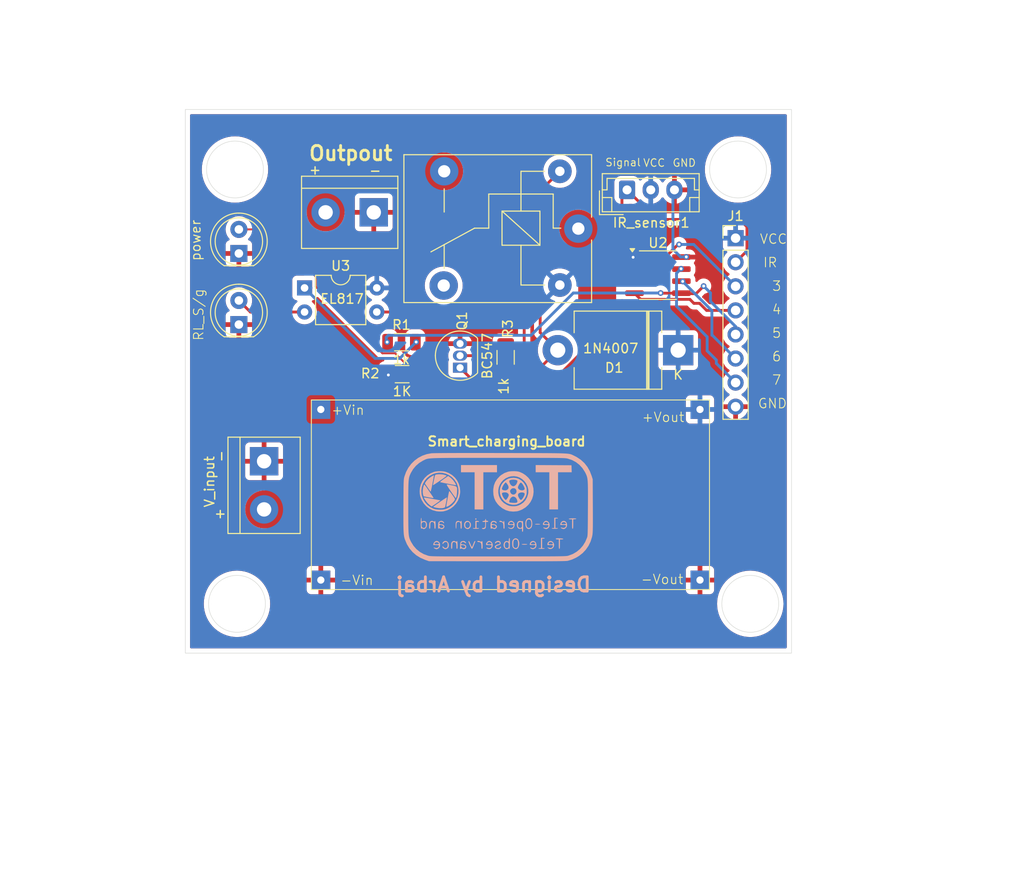
<source format=kicad_pcb>
(kicad_pcb (version 20240108) (generator "pcbnew") (generator_version "8.0")
  (layers (0 "F.Cu" signal) (31 "B.Cu" signal) (34 "B.Paste" user) (35 "F.Paste" user) (36 "B.SilkS" user "B.Silkscreen") (37 "F.SilkS" user "F.Silkscreen") (38 "B.Mask" user) (39 "F.Mask" user) (44 "Edge.Cuts" user))
  (net 0 "")
  (net 1 "Net-(D1-A)")
  (net 2 "/VCC")
  (net 3 "/GND_S")
  (net 4 "Net-(Green1-A)")
  (net 5 "/pin_2_IR")
  (net 6 "/pin_7")
  (net 7 "/pin_6")
  (net 8 "/pin3")
  (net 9 "/pin_4")
  (net 10 "/Relay_Signal_5")
  (net 11 "Net-(Output_16v1-Pin_2)")
  (net 13 "/16V")
  (net 14 "Net-(Q1-B)")
  (net 15 "Net-(R1-Pad2)")
  (net 16 "Net-(Red1-A)")
  (net 17 "Net-(R3-Pad1)")
  (footprint "TerminalBlock:TerminalBlock_bornier-2_P5.08mm" (layer "F.Cu") (at 134.38 59 180)
    (property "Reference" "Output_16v1" (hide yes))
    (property "Value" "Screw_Terminal_01x02" (hide yes))
    (pad "1" thru_hole rect (at 0 0 180) (size 3 3) (drill 1.52) (layers "*.Cu" "*.Mask") (net 3 "/GND_S"))
    (pad "2" thru_hole circle (at 5.08 0 180) (size 3 3) (drill 1.52) (layers "*.Cu" "*.Mask") (net 11 "Net-(Output_16v1-Pin_2)"))
  )
  (footprint "Resistor_SMD:R_1206_3216Metric" (layer "F.Cu") (at 137.3725 76.07)
    (property "Reference" "R2" (at -3.37 -0.07 0) (layer "F.SilkS"))
    (property "Value" "1K" (at 0 1.82 0) (layer "F.SilkS"))
    (pad "1" smd roundrect (at -1.4625 0) (size 1.125 1.75) (layers "F.Cu" "F.Paste" "F.Mask") (roundrect_rratio 0.222222) (net 2 "/VCC"))
    (pad "2" smd roundrect (at 1.4625 0) (size 1.125 1.75) (layers "F.Cu" "F.Paste" "F.Mask") (roundrect_rratio 0.222222) (net 16 "Net-(Red1-A)"))
  )
  (footprint "lm2596666:Lm2596_AA" (layer "F.Cu") (at 127.795 108.295)
    (property "Reference" "U1" (hide yes))
    (property "Value" "~" (hide yes))
    (pad "1" thru_hole rect (at 1 -28.5) (size 2 2) (drill 0.762) (layers "*.Cu" "*.Mask") (net 13 "/16V"))
    (pad "2" thru_hole rect (at 1 -10.5) (size 2 2) (drill 0.762) (layers "*.Cu" "*.Mask") (net 3 "/GND_S"))
    (pad "3" thru_hole rect (at 41 -28.5) (size 2 2) (drill 0.762) (layers "*.Cu" "*.Mask") (net 2 "/VCC"))
    (pad "4" thru_hole rect (at 41 -10.5) (size 2 2) (drill 0.762) (layers "*.Cu" "*.Mask") (net 3 "/GND_S"))
  )
  (footprint "Package_SO:SOIC-8_3.9x4.9mm_P1.27mm" (layer "F.Cu") (at 164.36 65.625)
    (property "Reference" "U2" (at 0 -3.4 0) (layer "F.SilkS"))
    (property "Value" "ATtiny402-SS")
    (pad "1" smd roundrect (at -2.475 -1.905) (size 1.95 0.6) (layers "F.Cu" "F.Paste" "F.Mask") (net 2 "/VCC"))
    (pad "2" smd roundrect (at -2.475 -0.635) (size 1.95 0.6) (layers "F.Cu" "F.Paste" "F.Mask") (net 5 "/pin_2_IR"))
    (pad "3" smd roundrect (at -2.475 0.635) (size 1.95 0.6) (layers "F.Cu" "F.Paste" "F.Mask") (net 8 "/pin3"))
    (pad "4" smd roundrect (at -2.475 1.905) (size 1.95 0.6) (layers "F.Cu" "F.Paste" "F.Mask") (net 9 "/pin_4"))
    (pad "5" smd roundrect (at 2.475 1.905) (size 1.95 0.6) (layers "F.Cu" "F.Paste" "F.Mask") (net 10 "/Relay_Signal_5"))
    (pad "6" smd roundrect (at 2.475 0.635) (size 1.95 0.6) (layers "F.Cu" "F.Paste" "F.Mask") (net 7 "/pin_6"))
    (pad "7" smd roundrect (at 2.475 -0.635) (size 1.95 0.6) (layers "F.Cu" "F.Paste" "F.Mask") (net 6 "/pin_7"))
    (pad "8" smd roundrect (at 2.475 -1.905) (size 1.95 0.6) (layers "F.Cu" "F.Paste" "F.Mask") (net 3 "/GND_S"))
  )
  (footprint "Resistor_SMD:R_1206_3216Metric" (layer "F.Cu") (at 137.3025 72.7)
    (property "Reference" "R1" (at 0 -1.82 0) (layer "F.SilkS"))
    (property "Value" "1k" (at 0 1.82 0) (layer "F.SilkS"))
    (pad "1" smd roundrect (at -1.4625 0) (size 1.125 1.75) (layers "F.Cu" "F.Paste" "F.Mask") (roundrect_rratio 0.222222) (net 10 "/Relay_Signal_5"))
    (pad "2" smd roundrect (at 1.4625 0) (size 1.125 1.75) (layers "F.Cu" "F.Paste" "F.Mask") (roundrect_rratio 0.222222) (net 15 "Net-(R1-Pad2)"))
  )
  (footprint "Resistor_SMD:R_1206_3216Metric" (layer "F.Cu") (at 148.2925 74.3 90)
    (property "Reference" "R3" (at 3.03 0.23 90) (layer "F.SilkS"))
    (property "Value" "1k" (at -3.03 -0.2 90) (layer "F.SilkS"))
    (pad "1" smd roundrect (at -1.4625 0 90) (size 1.125 1.75) (layers "F.Cu" "F.Paste" "F.Mask") (roundrect_rratio 0.222222) (net 17 "Net-(R3-Pad1)"))
    (pad "2" smd roundrect (at 1.4625 0 90) (size 1.125 1.75) (layers "F.Cu" "F.Paste" "F.Mask") (roundrect_rratio 0.222222) (net 14 "Net-(Q1-B)"))
  )
  (footprint "Relay_THT:Relay_SPDT_SANYOU_SRD_Series_Form_C" (layer "F.Cu") (at 155.96 60.72 180)
    (property "Reference" "K1" (hide yes))
    (property "Value" "SANYOU_SRD_Form_C" (hide yes))
    (pad "1" thru_hole circle (at 0 0 270) (size 3 3) (drill 1.3) (layers "*.Cu" "*.Mask") (net 13 "/16V"))
    (pad "2" thru_hole circle (at 1.95 6.05 270) (size 2.5 2.5) (drill 1) (layers "*.Cu" "*.Mask") (net 1 "Net-(D1-A)"))
    (pad "3" thru_hole circle (at 14.15 6.05 270) (size 3 3) (drill 1.3) (layers "*.Cu" "*.Mask") (net 11 "Net-(Output_16v1-Pin_2)"))
    (pad "4" thru_hole circle (at 14.2 -6 270) (size 3 3) (drill 1.3) (layers "*.Cu" "*.Mask"))
    (pad "5" thru_hole circle (at 1.95 -5.95 270) (size 2.5 2.5) (drill 1) (layers "*.Cu" "*.Mask") (net 2 "/VCC"))
  )
  (footprint "LED_THT:LED_D5.0mm" (layer "F.Cu") (at 120.15 70.84 90)
    (property "Reference" "RL_S/g" (at 1.04 -4.25 90) (layer "F.SilkS") (effects (font (thickness 0.1))))
    (property "Value" "LED")
    (pad "1" thru_hole rect (at 0 0 90) (size 1.8 1.8) (drill 0.9) (layers "*.Cu" "*.Mask") (net 3 "/GND_S"))
    (pad "2" thru_hole circle (at 2.54 0 90) (size 1.8 1.8) (drill 0.9) (layers "*.Cu" "*.Mask") (net 4 "Net-(Green1-A)"))
  )
  (footprint "Connector_JST:JST_EH_B3B-EH-A_1x03_P2.50mm_Vertical" (layer "F.Cu") (at 161.1 56.63)
    (property "Reference" "IR_sensor1" (at 2.55 3.47 0) (layer "F.SilkS"))
    (property "Value" "Conn_01x03_Socket" (hide yes))
    (pad "1" thru_hole roundrect (at 0 0) (size 1.7 1.95) (drill 0.95) (layers "*.Cu" "*.Mask") (roundrect_rratio 0.147059) (net 5 "/pin_2_IR"))
    (pad "2" thru_hole oval (at 2.5 0) (size 1.7 1.95) (drill 0.95) (layers "*.Cu" "*.Mask") (net 2 "/VCC"))
    (pad "3" thru_hole oval (at 5 0) (size 1.7 1.95) (drill 0.95) (layers "*.Cu" "*.Mask") (net 3 "/GND_S"))
  )
  (footprint "Diode_THT:D_5KPW_P12.70mm_Horizontal" (layer "F.Cu") (at 166.49 73.54 180)
    (property "Reference" "D1" (at 6.74 -1.86 0) (layer "F.SilkS"))
    (property "Value" "1N4007" (at 7.11 0.18 0) (layer "F.SilkS"))
    (fp_text user "K" (at 0 -2.6 0) (layer "F.SilkS"))
    (pad "1" thru_hole rect (at 0 0 180) (size 3.2 3.2) (drill 1.6) (layers "*.Cu" "*.Mask") (net 2 "/VCC"))
    (pad "2" thru_hole oval (at 12.7 0 180) (size 3.2 3.2) (drill 1.6) (layers "*.Cu" "*.Mask") (net 1 "Net-(D1-A)"))
  )
  (footprint "LED_THT:LED_D5.0mm" (layer "F.Cu") (at 120.15 63.34 90)
    (property "Reference" "power" (at 1.39 -4.55 270) (layer "F.SilkS") (effects (font (thickness 0.125))))
    (property "Value" "LED")
    (pad "1" thru_hole rect (at 0 0 90) (size 1.8 1.8) (drill 0.9) (layers "*.Cu" "*.Mask") (net 3 "/GND_S"))
    (pad "2" thru_hole circle (at 2.54 0 90) (size 1.8 1.8) (drill 0.9) (layers "*.Cu" "*.Mask") (net 16 "Net-(Red1-A)"))
  )
  (footprint "Package_DIP:DIP-4_W7.62mm" (layer "F.Cu") (at 127.08 66.975)
    (property "Reference" "U3" (at 3.81 -2.33 0) (layer "F.SilkS"))
    (property "Value" "EL817" (at 3.95 1.155 0) (layer "F.SilkS"))
    (pad "1" thru_hole rect (at 0 0) (size 1.6 1.6) (drill 0.8) (layers "*.Cu" "*.Mask") (net 15 "Net-(R1-Pad2)"))
    (pad "2" thru_hole oval (at 0 2.54) (size 1.6 1.6) (drill 0.8) (layers "*.Cu" "*.Mask") (net 4 "Net-(Green1-A)"))
    (pad "3" thru_hole oval (at 7.62 2.54) (size 1.6 1.6) (drill 0.8) (layers "*.Cu" "*.Mask") (net 17 "Net-(R3-Pad1)"))
    (pad "4" thru_hole oval (at 7.62 0) (size 1.6 1.6) (drill 0.8) (layers "*.Cu" "*.Mask") (net 2 "/VCC"))
  )
  (footprint "Package_TO_SOT_THT:TO-92_Inline" (layer "F.Cu") (at 143.4825 75.39 90)
    (property "Reference" "Q1" (at 4.94 0.2175 90) (layer "F.SilkS"))
    (property "Value" "BC547" (at 1.23 2.8675 90) (layer "F.SilkS"))
    (pad "1" thru_hole rect (at 0 0 90) (size 1.05 1.5) (drill 0.75) (layers "*.Cu" "*.Mask") (net 1 "Net-(D1-A)"))
    (pad "2" thru_hole oval (at 1.27 0 90) (size 1.05 1.5) (drill 0.75) (layers "*.Cu" "*.Mask") (net 14 "Net-(Q1-B)"))
    (pad "3" thru_hole oval (at 2.54 0 90) (size 1.05 1.5) (drill 0.75) (layers "*.Cu" "*.Mask") (net 3 "/GND_S"))
  )
  (footprint "Connector_PinHeader_2.54mm:PinHeader_1x08_P2.54mm_Vertical" (layer "F.Cu") (at 172.55 61.725)
    (property "Reference" "J1" (at 0 -2.33 0) (layer "F.SilkS"))
    (property "Value" "Conn_01x08_Pin" (hide yes))
    (pad "1" thru_hole rect (at 0 0) (size 1.7 1.7) (drill 1) (layers "*.Cu" "*.Mask") (net 2 "/VCC"))
    (pad "2" thru_hole oval (at 0 2.54) (size 1.7 1.7) (drill 1) (layers "*.Cu" "*.Mask") (net 5 "/pin_2_IR"))
    (pad "3" thru_hole oval (at 0 5.08) (size 1.7 1.7) (drill 1) (layers "*.Cu" "*.Mask") (net 8 "/pin3"))
    (pad "4" thru_hole oval (at 0 7.62) (size 1.7 1.7) (drill 1) (layers "*.Cu" "*.Mask") (net 9 "/pin_4"))
    (pad "5" thru_hole oval (at 0 10.16) (size 1.7 1.7) (drill 1) (layers "*.Cu" "*.Mask") (net 10 "/Relay_Signal_5"))
    (pad "6" thru_hole oval (at 0 12.7) (size 1.7 1.7) (drill 1) (layers "*.Cu" "*.Mask") (net 7 "/pin_6"))
    (pad "7" thru_hole oval (at 0 15.24) (size 1.7 1.7) (drill 1) (layers "*.Cu" "*.Mask") (net 6 "/pin_7"))
    (pad "8" thru_hole oval (at 0 17.78) (size 1.7 1.7) (drill 1) (layers "*.Cu" "*.Mask") (net 3 "/GND_S"))
  )
  (footprint "TerminalBlock:TerminalBlock_bornier-2_P5.08mm" (layer "F.Cu") (at 122.81 85.26 -90)
    (property "Reference" "V_input" (at 2.16 5.76 90) (layer "F.SilkS"))
    (property "Value" "Screw_Terminal_01x02" (hide yes))
    (pad "1" thru_hole rect (at 0 0 270) (size 3 3) (drill 1.52) (layers "*.Cu" "*.Mask") (net 3 "/GND_S"))
    (pad "2" thru_hole circle (at 5.08 0 270) (size 3 3) (drill 1.52) (layers "*.Cu" "*.Mask") (net 13 "/16V"))
  )
  (footprint "LOGOS.preety:toto" (layer "B.Cu") (at 147.500175 90.182342 180)
    (property "Reference" "G***" (hide yes))
    (property "Value" "LOGO" (hide yes))
  )
  (gr_circle (center 119.95 100.3) (end 122.95 100.3) (stroke (width 0.05)) (fill none) (layer "Edge.Cuts"))
  (gr_rect (start 114.5 48.15) (end 178.45 105.5) (stroke (width 0.05)) (fill none) (layer "Edge.Cuts"))
  (gr_circle (center 119.74 54.48) (end 122.74 54.48) (stroke (width 0.05)) (fill none) (layer "Edge.Cuts"))
  (gr_circle (center 174.1 100.3) (end 177.1 100.3) (stroke (width 0.05)) (fill none) (layer "Edge.Cuts"))
  (gr_circle (center 172.81 54.48) (end 175.81 54.48) (stroke (width 0.05)) (fill none) (layer "Edge.Cuts"))
  (gr_text "Designed by Arbaj" (at 157.45 99.15 0) (layer "B.SilkS") (effects (font (size 1.5 1.5) (thickness 0.3) (bold yes)) (justify left bottom mirror)))
  (gr_text "VCC\n" (at 175.05 62.4 0) (layer "F.SilkS") (effects (font (size 1 1) (thickness 0.1)) (justify left bottom)))
  (gr_text "Signal" (at 158.75 54.2 0) (layer "F.SilkS") (effects (font (size 0.8 0.8) (thickness 0.1)) (justify left bottom)))
  (gr_text "GND" (at 165.85 54.25 0) (layer "F.SilkS") (effects (font (size 0.8 0.8) (thickness 0.1)) (justify left bottom)))
  (gr_text "6" (at 176.338095 74.792855 0) (layer "F.SilkS") (effects (font (size 1 1) (thickness 0.1)) (justify left bottom)))
  (gr_text "5" (at 176.338095 72.314284 0) (layer "F.SilkS") (effects (font (size 1 1) (thickness 0.1)) (justify left bottom)))
  (gr_text "VCC" (at 162.75 54.25 0) (layer "F.SilkS") (effects (font (size 0.8 0.8) (thickness 0.1)) (justify left bottom)))
  (gr_text "Smart_charging_board" (at 139.95 83.75 0) (layer "F.SilkS") (effects (font (size 1 1) (thickness 0.2) (bold yes)) (justify left bottom)))
  (gr_text "Outpout" (at 127.4 53.65 0) (layer "F.SilkS") (effects (font (size 1.5 1.5) (thickness 0.3) (bold yes)) (justify left bottom)))
  (gr_text "7" (at 176.338095 77.271426 0) (layer "F.SilkS") (effects (font (size 1 1) (thickness 0.1)) (justify left bottom)))
  (gr_text "3" (at 176.35 67.357142 0) (layer "F.SilkS") (effects (font (size 1 1) (thickness 0.1)) (justify left bottom)))
  (gr_text "+" (at 128.7 55.3 90) (layer "F.SilkS") (effects (font (size 1 1)) (justify left bottom)))
  (gr_text "-" (at 118.85 85.45 90) (layer "F.SilkS") (effects (font (size 1 1)) (justify left bottom)))
  (gr_text "+Vin" (at 129.85 80.45 0) (layer "F.SilkS") (effects (font (size 1 1) (thickness 0.1)) (justify left bottom)))
  (gr_text "4" (at 176.338095 69.835713 0) (layer "F.SilkS") (effects (font (size 1 1) (thickness 0.1)) (justify left bottom)))
  (gr_text "IR\n" (at 175.4 64.878571 0) (layer "F.SilkS") (effects (font (size 1 1) (thickness 0.1)) (justify left bottom)))
  (gr_text "+Vout" (at 162.6 81.2 0) (layer "F.SilkS") (effects (font (size 1 1) (thickness 0.1)) (justify left bottom)))
  (gr_text "-Vout" (at 162.5 98.3 0) (layer "F.SilkS") (effects (font (size 1 1) (thickness 0.1)) (justify left bottom)))
  (gr_text "GND" (at 174.85 79.75 0) (layer "F.SilkS") (effects (font (size 1 1) (thickness 0.1)) (justify left bottom)))
  (gr_text "-" (at 135.25 54.15 180) (layer "F.SilkS") (effects (font (size 1 1)) (justify left bottom)))
  (gr_text "+" (at 118.7 91.55 90) (layer "F.SilkS") (effects (font (size 1 1)) (justify left bottom)))
  (gr_text "-Vin" (at 130.8 98.4 0) (layer "F.SilkS") (effects (font (size 1 1) (thickness 0.1)) (justify left bottom)))
  (segment (start 153.79 73.54) (end 150.655 76.675) (width 0.3) (layer "F.Cu") (net 1))
  (segment (start 151.93561 56.74439) (end 151.93561 71.68561) (width 0.3) (layer "F.Cu") (net 1))
  (segment (start 144.7675 76.675) (end 143.4825 75.39) (width 0.3) (layer "F.Cu") (net 1))
  (segment (start 154.01 54.67) (end 151.93561 56.74439) (width 0.3) (layer "F.Cu") (net 1))
  (segment (start 150.655 76.675) (end 144.7675 76.675) (width 0.3) (layer "F.Cu") (net 1))
  (segment (start 151.93561 71.68561) (end 153.79 73.54) (width 0.3) (layer "F.Cu") (net 1))
  (via (at 135.92 76.16) (size 0.6) (drill 0.3) (layers "F.Cu" "B.Cu") (net 2))
  (via (at 161.74 63.74) (size 0.6) (drill 0.3) (layers "F.Cu" "B.Cu") (net 2))
  (via (at 167.35 63.7) (size 0.6) (drill 0.3) (layers "F.Cu" "B.Cu") (net 3))
  (segment (start 165.94 62.89) (end 165.94 56.79) (width 0.3) (layer "B.Cu") (net 3))
  (segment (start 166.835 63.72) (end 166.855 63.7) (width 0.3) (layer "B.Cu") (net 3))
  (segment (start 166.77 63.72) (end 165.94 62.89) (width 0.3) (layer "B.Cu") (net 3))
  (segment (start 165.94 56.79) (end 166.1 56.63) (width 0.3) (layer "B.Cu") (net 3))
  (segment (start 166.855 63.7) (end 167.3 63.7) (width 0.3) (layer "B.Cu") (net 3))
  (segment (start 166.835 63.72) (end 166.77 63.72) (width 0.3) (layer "B.Cu") (net 3))
  (segment (start 127.08 69.515) (end 121.365 69.515) (width 0.3) (layer "F.Cu") (net 4))
  (segment (start 121.365 69.515) (end 120.15 68.3) (width 0.3) (layer "F.Cu") (net 4))
  (segment (start 160.56 57.17) (end 160.56 64.639999) (width 0.3) (layer "F.Cu") (net 5))
  (segment (start 172.55 64.265) (end 173.75 63.065) (width 0.3) (layer "F.Cu") (net 5))
  (segment (start 173.75 60.525) (end 172.975 59.75) (width 0.3) (layer "F.Cu") (net 5))
  (segment (start 172.975 59.75) (end 164.22 59.75) (width 0.3) (layer "F.Cu") (net 5))
  (segment (start 160.56 64.639999) (end 160.910001 64.99) (width 0.3) (layer "F.Cu") (net 5))
  (segment (start 160.910001 64.99) (end 161.885 64.99) (width 0.3) (layer "F.Cu") (net 5))
  (segment (start 161.1 56.63) (end 160.56 57.17) (width 0.3) (layer "F.Cu") (net 5))
  (segment (start 173.75 63.065) (end 173.75 60.525) (width 0.3) (layer "F.Cu") (net 5))
  (segment (start 164.22 59.75) (end 161.1 56.63) (width 0.3) (layer "F.Cu") (net 5))
  (via (at 166.8 64.95) (size 0.6) (drill 0.3) (layers "F.Cu" "B.Cu") (net 6))
  (segment (start 172.55 76.965) (end 170.52 74.935) (width 0.3) (layer "B.Cu") (net 6))
  (segment (start 166.32 68.91) (end 166.32 65.43) (width 0.3) (layer "B.Cu") (net 6))
  (segment (start 170.52 74.58) (end 169.55 73.61) (width 0.3) (layer "B.Cu") (net 6))
  (segment (start 169.55 73.61) (end 169.55 72.14) (width 0.3) (layer "B.Cu") (net 6))
  (segment (start 166.32 65.43) (end 166.8 64.95) (width 0.3) (layer "B.Cu") (net 6))
  (segment (start 170.52 74.935) (end 170.52 74.58) (width 0.3) (layer "B.Cu") (net 6))
  (segment (start 169.55 72.14) (end 166.32 68.91) (width 0.3) (layer "B.Cu") (net 6))
  (via (at 166.97 66.29) (size 0.6) (drill 0.3) (layers "F.Cu" "B.Cu") (net 7))
  (segment (start 166.97 66.29) (end 170.05 69.37) (width 0.3) (layer "B.Cu") (net 7))
  (segment (start 170.05 69.37) (end 170.05 71.96) (width 0.3) (layer "B.Cu") (net 7))
  (segment (start 170.05 71.96) (end 170.085 71.96) (width 0.3) (layer "B.Cu") (net 7))
  (segment (start 170.085 71.96) (end 172.55 74.425) (width 0.3) (layer "B.Cu") (net 7))
  (segment (start 166.59 62.278738) (end 166.578738 62.29) (width 0.3) (layer "F.Cu") (net 8))
  (segment (start 166.59 62.39) (end 166.59 62.278738) (width 0.3) (layer "F.Cu") (net 8))
  (segment (start 162.608738 66.26) (end 166.478738 62.39) (width 0.3) (layer "F.Cu") (net 8))
  (segment (start 166.478738 62.39) (end 166.59 62.39) (width 0.3) (layer "F.Cu") (net 8))
  (segment (start 161.885 66.26) (end 162.608738 66.26) (width 0.3) (layer "F.Cu") (net 8))
  (via (at 166.59 62.39) (size 0.6) (drill 0.3) (layers "F.Cu" "B.Cu") (net 8))
  (segment (start 172.55 66.805) (end 168.135 62.39) (width 0.3) (layer "B.Cu") (net 8))
  (segment (start 168.135 62.39) (end 166.59 62.39) (width 0.3) (layer "B.Cu") (net 8))
  (segment (start 161.885 67.53) (end 162.535 68.18) (width 0.3) (layer "F.Cu") (net 9))
  (segment (start 172.55 69.345) (end 169.495 69.345) (width 0.3) (layer "F.Cu") (net 9))
  (segment (start 168.75 68.6) (end 168.15 68.6) (width 0.3) (layer "F.Cu") (net 9))
  (segment (start 162.535 68.18) (end 167.73 68.18) (width 0.3) (layer "F.Cu") (net 9))
  (segment (start 169.495 69.345) (end 168.75 68.6) (width 0.3) (layer "F.Cu") (net 9))
  (segment (start 167.73 68.18) (end 168.15 68.6) (width 0.3) (layer "F.Cu") (net 9))
  (segment (start 164.53 67.53) (end 164.51 67.55) (width 0.3) (layer "F.Cu") (net 10))
  (segment (start 169.13 66.78) (end 169.18 66.78) (width 0.3) (layer "F.Cu") (net 10))
  (segment (start 169.18 66.78) (end 168.38 67.58) (width 0.3) (layer "F.Cu") (net 10))
  (segment (start 164.64 67.51) (end 164.62 67.53) (width 0.3) (layer "F.Cu") (net 10))
  (segment (start 169.15 66.81) (end 169.13 66.83) (width 0.3) (layer "F.Cu") (net 10))
  (segment (start 168.38 67.58) (end 166.885 67.58) (width 0.3) (layer "F.Cu") (net 10))
  (segment (start 164.62 67.53) (end 164.53 67.53) (width 0.3) (layer "F.Cu") (net 10))
  (segment (start 164.66 67.53) (end 164.64 67.51) (width 0.3) (layer "F.Cu") (net 10))
  (segment (start 169.18 66.78) (end 169.15 66.81) (width 0.3) (layer "F.Cu") (net 10))
  (segment (start 166.885 67.58) (end 166.835 67.53) (width 0.3) (layer "F.Cu") (net 10))
  (segment (start 169.13 66.83) (end 169.13 66.78) (width 0.3) (layer "F.Cu") (net 10))
  (segment (start 166.835 67.53) (end 164.66 67.53) (width 0.3) (layer "F.Cu") (net 10))
  (via (at 135.79 72.69) (size 0.6) (drill 0.3) (layers "F.Cu" "B.Cu") (net 10))
  (via (at 169.18 66.78) (size 0.6) (drill 0.3) (layers "F.Cu" "B.Cu") (net 10))
  (via (at 164.64 67.51) (size 0.6) (drill 0.3) (layers "F.Cu" "B.Cu") (net 10))
  (segment (start 164.64 67.51) (end 155.432742 67.51) (width 0.3) (layer "B.Cu") (net 10))
  (segment (start 135.905 71.975) (end 135.7 72.18) (width 0.3) (layer "B.Cu") (net 10))
  (segment (start 135.7 72.6) (end 135.79 72.69) (width 0.3) (layer "B.Cu") (net 10))
  (segment (start 169.18 66.78) (end 169.9 67.5) (width 0.3) (layer "B.Cu") (net 10))
  (segment (start 169.9 67.5) (end 169.9 68.392057) (width 0.3) (layer "B.Cu") (net 10))
  (segment (start 135.7 72.18) (end 135.7 72.6) (width 0.3) (layer "B.Cu") (net 10))
  (segment (start 150.967742 71.975) (end 135.905 71.975) (width 0.3) (layer "B.Cu") (net 10))
  (segment (start 155.432742 67.51) (end 150.967742 71.975) (width 0.3) (layer "B.Cu") (net 10))
  (segment (start 169.9 68.392057) (end 172.55 71.042057) (width 0.3) (layer "B.Cu") (net 10))
  (segment (start 172.55 71.042057) (end 172.55 71.885) (width 0.3) (layer "B.Cu") (net 10))
  (segment (start 131.31 54.67) (end 141.81 54.67) (width 4) (layer "F.Cu") (net 11))
  (segment (start 129.3 56.68) (end 131.31 54.67) (width 4) (layer "F.Cu") (net 11))
  (segment (start 129.3 59) (end 129.3 56.68) (width 4) (layer "F.Cu") (net 11))
  (segment (start 157.95 70.25) (end 157.95 62.71) (width 4) (layer "F.Cu") (net 13))
  (segment (start 159.176701 71.476701) (end 157.95 70.25) (width 4) (layer "F.Cu") (net 13))
  (segment (start 159.176701 73.527311) (end 159.176701 71.476701) (width 4) (layer "F.Cu") (net 13))
  (segment (start 128.795 79.795) (end 152.909012 79.795) (width 4) (layer "F.Cu") (net 13))
  (segment (start 125.13 90.34) (end 128.795 86.675) (width 4) (layer "F.Cu") (net 13))
  (segment (start 157.95 62.71) (end 155.96 60.72) (width 4) (layer "F.Cu") (net 13))
  (segment (start 152.909012 79.795) (end 159.176701 73.527311) (width 4) (layer "F.Cu") (net 13))
  (segment (start 122.81 90.34) (end 125.13 90.34) (width 4) (layer "F.Cu") (net 13))
  (segment (start 128.795 86.675) (end 128.795 79.795) (width 4) (layer "F.Cu") (net 13))
  (segment (start 143.4825 74.12) (end 147.01 74.12) (width 0.3) (layer "F.Cu") (net 14))
  (segment (start 147.01 74.12) (end 148.2925 72.8375) (width 0.3) (layer "F.Cu") (net 14))
  (via (at 138.8525 72.68) (size 0.6) (drill 0.3) (layers "F.Cu" "B.Cu") (net 15))
  (segment (start 127.765 66.975) (end 127.08 66.975) (width 0.3) (layer "B.Cu") (net 15))
  (segment (start 134.515 74.41) (end 127.08 66.975) (width 0.3) (layer "B.Cu") (net 15))
  (segment (start 137.1225 74.41) (end 134.515 74.41) (width 0.3) (layer "B.Cu") (net 15))
  (segment (start 138.8525 72.68) (end 137.1225 74.41) (width 0.3) (layer "B.Cu") (net 15))
  (segment (start 128.27 65.792208) (end 128.27 66.852244) (width 0.2) (layer "F.Cu") (net 16))
  (segment (start 123.277792 60.8) (end 128.27 65.792208) (width 0.2) (layer "F.Cu") (net 16))
  (segment (start 128.27 66.852244) (end 135.292756 73.875) (width 0.2) (layer "F.Cu") (net 16))
  (segment (start 136.64 73.875) (end 138.835 76.07) (width 0.2) (layer "F.Cu") (net 16))
  (segment (start 120.15 60.8) (end 123.277792 60.8) (width 0.2) (layer "F.Cu") (net 16))
  (segment (start 135.292756 73.875) (end 136.64 73.875) (width 0.2) (layer "F.Cu") (net 16))
  (segment (start 149.2275 75.7625) (end 148.2925 75.7625) (width 0.3) (layer "F.Cu") (net 17))
  (segment (start 134.7 69.515) (end 149.335 69.515) (width 0.3) (layer "F.Cu") (net 17))
  (segment (start 149.335 69.515) (end 150.25 70.43) (width 0.3) (layer "F.Cu") (net 17))
  (segment (start 150.25 70.43) (end 150.25 74.74) (width 0.3) (layer "F.Cu") (net 17))
  (segment (start 150.25 74.74) (end 149.2275 75.7625) (width 0.3) (layer "F.Cu") (net 17))
  (zone (net 3) (net_name "/GND_S") (layer "F.Cu") (connect_pads (clearance 0.5)) (min_thickness 0.25) (fill yes (thermal_gap 0.5) (thermal_bridge_width 0.5))
    (polygon (pts (xy 104.9 43.4) (xy 193 42.35) (xy 187.8 120) (xy 105.4 117.35) (xy 107.5 44.45)))
  )
  (zone (net 2) (net_name "/VCC") (layer "B.Cu") (priority 1) (connect_pads (clearance 0.5)) (min_thickness 0.25) (fill yes (thermal_gap 0.5) (thermal_bridge_width 0.5))
    (polygon (pts (xy 96 36.6) (xy 108.55 36.6) (xy 203 37.1) (xy 194.6 130.5) (xy 94.95 126.8) (xy 98.1 37.65)))
  )
)
</source>
